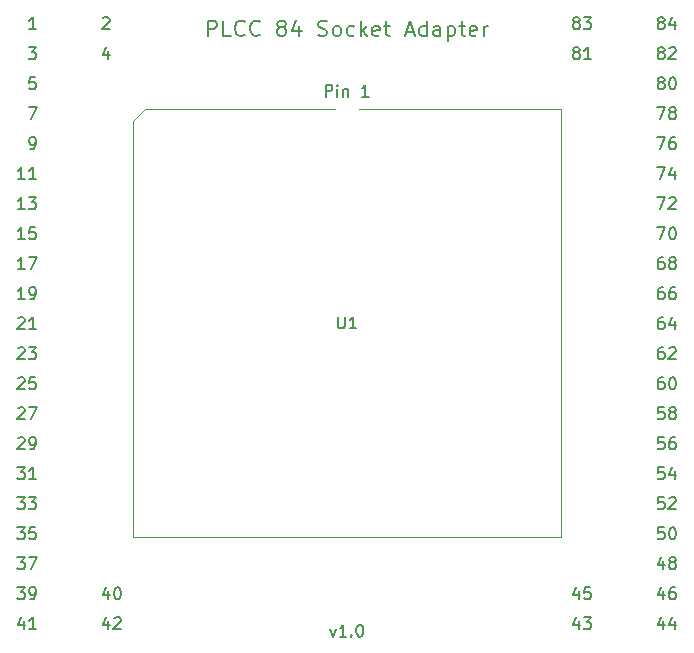
<source format=gbr>
%TF.GenerationSoftware,KiCad,Pcbnew,8.0.7*%
%TF.CreationDate,2025-02-20T00:55:41-06:00*%
%TF.ProjectId,PLCC-84-Socket-Adapter,504c4343-2d38-4342-9d53-6f636b65742d,v1.0*%
%TF.SameCoordinates,Original*%
%TF.FileFunction,Legend,Top*%
%TF.FilePolarity,Positive*%
%FSLAX46Y46*%
G04 Gerber Fmt 4.6, Leading zero omitted, Abs format (unit mm)*
G04 Created by KiCad (PCBNEW 8.0.7) date 2025-02-20 00:55:41*
%MOMM*%
%LPD*%
G01*
G04 APERTURE LIST*
%ADD10C,0.150000*%
%ADD11C,0.200000*%
%ADD12C,0.120000*%
G04 APERTURE END LIST*
D10*
X132172030Y-98660057D02*
X132219649Y-98612438D01*
X132219649Y-98612438D02*
X132314887Y-98564819D01*
X132314887Y-98564819D02*
X132552982Y-98564819D01*
X132552982Y-98564819D02*
X132648220Y-98612438D01*
X132648220Y-98612438D02*
X132695839Y-98660057D01*
X132695839Y-98660057D02*
X132743458Y-98755295D01*
X132743458Y-98755295D02*
X132743458Y-98850533D01*
X132743458Y-98850533D02*
X132695839Y-98993390D01*
X132695839Y-98993390D02*
X132124411Y-99564819D01*
X132124411Y-99564819D02*
X132743458Y-99564819D01*
X133648220Y-98564819D02*
X133172030Y-98564819D01*
X133172030Y-98564819D02*
X133124411Y-99041009D01*
X133124411Y-99041009D02*
X133172030Y-98993390D01*
X133172030Y-98993390D02*
X133267268Y-98945771D01*
X133267268Y-98945771D02*
X133505363Y-98945771D01*
X133505363Y-98945771D02*
X133600601Y-98993390D01*
X133600601Y-98993390D02*
X133648220Y-99041009D01*
X133648220Y-99041009D02*
X133695839Y-99136247D01*
X133695839Y-99136247D02*
X133695839Y-99374342D01*
X133695839Y-99374342D02*
X133648220Y-99469580D01*
X133648220Y-99469580D02*
X133600601Y-99517200D01*
X133600601Y-99517200D02*
X133505363Y-99564819D01*
X133505363Y-99564819D02*
X133267268Y-99564819D01*
X133267268Y-99564819D02*
X133172030Y-99517200D01*
X133172030Y-99517200D02*
X133124411Y-99469580D01*
X179638220Y-119218152D02*
X179638220Y-119884819D01*
X179400125Y-118837200D02*
X179162030Y-119551485D01*
X179162030Y-119551485D02*
X179781077Y-119551485D01*
X180066792Y-118884819D02*
X180685839Y-118884819D01*
X180685839Y-118884819D02*
X180352506Y-119265771D01*
X180352506Y-119265771D02*
X180495363Y-119265771D01*
X180495363Y-119265771D02*
X180590601Y-119313390D01*
X180590601Y-119313390D02*
X180638220Y-119361009D01*
X180638220Y-119361009D02*
X180685839Y-119456247D01*
X180685839Y-119456247D02*
X180685839Y-119694342D01*
X180685839Y-119694342D02*
X180638220Y-119789580D01*
X180638220Y-119789580D02*
X180590601Y-119837200D01*
X180590601Y-119837200D02*
X180495363Y-119884819D01*
X180495363Y-119884819D02*
X180209649Y-119884819D01*
X180209649Y-119884819D02*
X180114411Y-119837200D01*
X180114411Y-119837200D02*
X180066792Y-119789580D01*
X186820350Y-116678152D02*
X186820350Y-117344819D01*
X186582255Y-116297200D02*
X186344160Y-117011485D01*
X186344160Y-117011485D02*
X186963207Y-117011485D01*
X187772731Y-116344819D02*
X187582255Y-116344819D01*
X187582255Y-116344819D02*
X187487017Y-116392438D01*
X187487017Y-116392438D02*
X187439398Y-116440057D01*
X187439398Y-116440057D02*
X187344160Y-116582914D01*
X187344160Y-116582914D02*
X187296541Y-116773390D01*
X187296541Y-116773390D02*
X187296541Y-117154342D01*
X187296541Y-117154342D02*
X187344160Y-117249580D01*
X187344160Y-117249580D02*
X187391779Y-117297200D01*
X187391779Y-117297200D02*
X187487017Y-117344819D01*
X187487017Y-117344819D02*
X187677493Y-117344819D01*
X187677493Y-117344819D02*
X187772731Y-117297200D01*
X187772731Y-117297200D02*
X187820350Y-117249580D01*
X187820350Y-117249580D02*
X187867969Y-117154342D01*
X187867969Y-117154342D02*
X187867969Y-116916247D01*
X187867969Y-116916247D02*
X187820350Y-116821009D01*
X187820350Y-116821009D02*
X187772731Y-116773390D01*
X187772731Y-116773390D02*
X187677493Y-116725771D01*
X187677493Y-116725771D02*
X187487017Y-116725771D01*
X187487017Y-116725771D02*
X187391779Y-116773390D01*
X187391779Y-116773390D02*
X187344160Y-116821009D01*
X187344160Y-116821009D02*
X187296541Y-116916247D01*
X186534636Y-73593390D02*
X186439398Y-73545771D01*
X186439398Y-73545771D02*
X186391779Y-73498152D01*
X186391779Y-73498152D02*
X186344160Y-73402914D01*
X186344160Y-73402914D02*
X186344160Y-73355295D01*
X186344160Y-73355295D02*
X186391779Y-73260057D01*
X186391779Y-73260057D02*
X186439398Y-73212438D01*
X186439398Y-73212438D02*
X186534636Y-73164819D01*
X186534636Y-73164819D02*
X186725112Y-73164819D01*
X186725112Y-73164819D02*
X186820350Y-73212438D01*
X186820350Y-73212438D02*
X186867969Y-73260057D01*
X186867969Y-73260057D02*
X186915588Y-73355295D01*
X186915588Y-73355295D02*
X186915588Y-73402914D01*
X186915588Y-73402914D02*
X186867969Y-73498152D01*
X186867969Y-73498152D02*
X186820350Y-73545771D01*
X186820350Y-73545771D02*
X186725112Y-73593390D01*
X186725112Y-73593390D02*
X186534636Y-73593390D01*
X186534636Y-73593390D02*
X186439398Y-73641009D01*
X186439398Y-73641009D02*
X186391779Y-73688628D01*
X186391779Y-73688628D02*
X186344160Y-73783866D01*
X186344160Y-73783866D02*
X186344160Y-73974342D01*
X186344160Y-73974342D02*
X186391779Y-74069580D01*
X186391779Y-74069580D02*
X186439398Y-74117200D01*
X186439398Y-74117200D02*
X186534636Y-74164819D01*
X186534636Y-74164819D02*
X186725112Y-74164819D01*
X186725112Y-74164819D02*
X186820350Y-74117200D01*
X186820350Y-74117200D02*
X186867969Y-74069580D01*
X186867969Y-74069580D02*
X186915588Y-73974342D01*
X186915588Y-73974342D02*
X186915588Y-73783866D01*
X186915588Y-73783866D02*
X186867969Y-73688628D01*
X186867969Y-73688628D02*
X186820350Y-73641009D01*
X186820350Y-73641009D02*
X186725112Y-73593390D01*
X187534636Y-73164819D02*
X187629874Y-73164819D01*
X187629874Y-73164819D02*
X187725112Y-73212438D01*
X187725112Y-73212438D02*
X187772731Y-73260057D01*
X187772731Y-73260057D02*
X187820350Y-73355295D01*
X187820350Y-73355295D02*
X187867969Y-73545771D01*
X187867969Y-73545771D02*
X187867969Y-73783866D01*
X187867969Y-73783866D02*
X187820350Y-73974342D01*
X187820350Y-73974342D02*
X187772731Y-74069580D01*
X187772731Y-74069580D02*
X187725112Y-74117200D01*
X187725112Y-74117200D02*
X187629874Y-74164819D01*
X187629874Y-74164819D02*
X187534636Y-74164819D01*
X187534636Y-74164819D02*
X187439398Y-74117200D01*
X187439398Y-74117200D02*
X187391779Y-74069580D01*
X187391779Y-74069580D02*
X187344160Y-73974342D01*
X187344160Y-73974342D02*
X187296541Y-73783866D01*
X187296541Y-73783866D02*
X187296541Y-73545771D01*
X187296541Y-73545771D02*
X187344160Y-73355295D01*
X187344160Y-73355295D02*
X187391779Y-73260057D01*
X187391779Y-73260057D02*
X187439398Y-73212438D01*
X187439398Y-73212438D02*
X187534636Y-73164819D01*
X132172030Y-96120057D02*
X132219649Y-96072438D01*
X132219649Y-96072438D02*
X132314887Y-96024819D01*
X132314887Y-96024819D02*
X132552982Y-96024819D01*
X132552982Y-96024819D02*
X132648220Y-96072438D01*
X132648220Y-96072438D02*
X132695839Y-96120057D01*
X132695839Y-96120057D02*
X132743458Y-96215295D01*
X132743458Y-96215295D02*
X132743458Y-96310533D01*
X132743458Y-96310533D02*
X132695839Y-96453390D01*
X132695839Y-96453390D02*
X132124411Y-97024819D01*
X132124411Y-97024819D02*
X132743458Y-97024819D01*
X133076792Y-96024819D02*
X133695839Y-96024819D01*
X133695839Y-96024819D02*
X133362506Y-96405771D01*
X133362506Y-96405771D02*
X133505363Y-96405771D01*
X133505363Y-96405771D02*
X133600601Y-96453390D01*
X133600601Y-96453390D02*
X133648220Y-96501009D01*
X133648220Y-96501009D02*
X133695839Y-96596247D01*
X133695839Y-96596247D02*
X133695839Y-96834342D01*
X133695839Y-96834342D02*
X133648220Y-96929580D01*
X133648220Y-96929580D02*
X133600601Y-96977200D01*
X133600601Y-96977200D02*
X133505363Y-97024819D01*
X133505363Y-97024819D02*
X133219649Y-97024819D01*
X133219649Y-97024819D02*
X133124411Y-96977200D01*
X133124411Y-96977200D02*
X133076792Y-96929580D01*
X186296541Y-80784819D02*
X186963207Y-80784819D01*
X186963207Y-80784819D02*
X186534636Y-81784819D01*
X187772731Y-81118152D02*
X187772731Y-81784819D01*
X187534636Y-80737200D02*
X187296541Y-81451485D01*
X187296541Y-81451485D02*
X187915588Y-81451485D01*
X186820350Y-88404819D02*
X186629874Y-88404819D01*
X186629874Y-88404819D02*
X186534636Y-88452438D01*
X186534636Y-88452438D02*
X186487017Y-88500057D01*
X186487017Y-88500057D02*
X186391779Y-88642914D01*
X186391779Y-88642914D02*
X186344160Y-88833390D01*
X186344160Y-88833390D02*
X186344160Y-89214342D01*
X186344160Y-89214342D02*
X186391779Y-89309580D01*
X186391779Y-89309580D02*
X186439398Y-89357200D01*
X186439398Y-89357200D02*
X186534636Y-89404819D01*
X186534636Y-89404819D02*
X186725112Y-89404819D01*
X186725112Y-89404819D02*
X186820350Y-89357200D01*
X186820350Y-89357200D02*
X186867969Y-89309580D01*
X186867969Y-89309580D02*
X186915588Y-89214342D01*
X186915588Y-89214342D02*
X186915588Y-88976247D01*
X186915588Y-88976247D02*
X186867969Y-88881009D01*
X186867969Y-88881009D02*
X186820350Y-88833390D01*
X186820350Y-88833390D02*
X186725112Y-88785771D01*
X186725112Y-88785771D02*
X186534636Y-88785771D01*
X186534636Y-88785771D02*
X186439398Y-88833390D01*
X186439398Y-88833390D02*
X186391779Y-88881009D01*
X186391779Y-88881009D02*
X186344160Y-88976247D01*
X187487017Y-88833390D02*
X187391779Y-88785771D01*
X187391779Y-88785771D02*
X187344160Y-88738152D01*
X187344160Y-88738152D02*
X187296541Y-88642914D01*
X187296541Y-88642914D02*
X187296541Y-88595295D01*
X187296541Y-88595295D02*
X187344160Y-88500057D01*
X187344160Y-88500057D02*
X187391779Y-88452438D01*
X187391779Y-88452438D02*
X187487017Y-88404819D01*
X187487017Y-88404819D02*
X187677493Y-88404819D01*
X187677493Y-88404819D02*
X187772731Y-88452438D01*
X187772731Y-88452438D02*
X187820350Y-88500057D01*
X187820350Y-88500057D02*
X187867969Y-88595295D01*
X187867969Y-88595295D02*
X187867969Y-88642914D01*
X187867969Y-88642914D02*
X187820350Y-88738152D01*
X187820350Y-88738152D02*
X187772731Y-88785771D01*
X187772731Y-88785771D02*
X187677493Y-88833390D01*
X187677493Y-88833390D02*
X187487017Y-88833390D01*
X187487017Y-88833390D02*
X187391779Y-88881009D01*
X187391779Y-88881009D02*
X187344160Y-88928628D01*
X187344160Y-88928628D02*
X187296541Y-89023866D01*
X187296541Y-89023866D02*
X187296541Y-89214342D01*
X187296541Y-89214342D02*
X187344160Y-89309580D01*
X187344160Y-89309580D02*
X187391779Y-89357200D01*
X187391779Y-89357200D02*
X187487017Y-89404819D01*
X187487017Y-89404819D02*
X187677493Y-89404819D01*
X187677493Y-89404819D02*
X187772731Y-89357200D01*
X187772731Y-89357200D02*
X187820350Y-89309580D01*
X187820350Y-89309580D02*
X187867969Y-89214342D01*
X187867969Y-89214342D02*
X187867969Y-89023866D01*
X187867969Y-89023866D02*
X187820350Y-88928628D01*
X187820350Y-88928628D02*
X187772731Y-88881009D01*
X187772731Y-88881009D02*
X187677493Y-88833390D01*
X186820350Y-98564819D02*
X186629874Y-98564819D01*
X186629874Y-98564819D02*
X186534636Y-98612438D01*
X186534636Y-98612438D02*
X186487017Y-98660057D01*
X186487017Y-98660057D02*
X186391779Y-98802914D01*
X186391779Y-98802914D02*
X186344160Y-98993390D01*
X186344160Y-98993390D02*
X186344160Y-99374342D01*
X186344160Y-99374342D02*
X186391779Y-99469580D01*
X186391779Y-99469580D02*
X186439398Y-99517200D01*
X186439398Y-99517200D02*
X186534636Y-99564819D01*
X186534636Y-99564819D02*
X186725112Y-99564819D01*
X186725112Y-99564819D02*
X186820350Y-99517200D01*
X186820350Y-99517200D02*
X186867969Y-99469580D01*
X186867969Y-99469580D02*
X186915588Y-99374342D01*
X186915588Y-99374342D02*
X186915588Y-99136247D01*
X186915588Y-99136247D02*
X186867969Y-99041009D01*
X186867969Y-99041009D02*
X186820350Y-98993390D01*
X186820350Y-98993390D02*
X186725112Y-98945771D01*
X186725112Y-98945771D02*
X186534636Y-98945771D01*
X186534636Y-98945771D02*
X186439398Y-98993390D01*
X186439398Y-98993390D02*
X186391779Y-99041009D01*
X186391779Y-99041009D02*
X186344160Y-99136247D01*
X187534636Y-98564819D02*
X187629874Y-98564819D01*
X187629874Y-98564819D02*
X187725112Y-98612438D01*
X187725112Y-98612438D02*
X187772731Y-98660057D01*
X187772731Y-98660057D02*
X187820350Y-98755295D01*
X187820350Y-98755295D02*
X187867969Y-98945771D01*
X187867969Y-98945771D02*
X187867969Y-99183866D01*
X187867969Y-99183866D02*
X187820350Y-99374342D01*
X187820350Y-99374342D02*
X187772731Y-99469580D01*
X187772731Y-99469580D02*
X187725112Y-99517200D01*
X187725112Y-99517200D02*
X187629874Y-99564819D01*
X187629874Y-99564819D02*
X187534636Y-99564819D01*
X187534636Y-99564819D02*
X187439398Y-99517200D01*
X187439398Y-99517200D02*
X187391779Y-99469580D01*
X187391779Y-99469580D02*
X187344160Y-99374342D01*
X187344160Y-99374342D02*
X187296541Y-99183866D01*
X187296541Y-99183866D02*
X187296541Y-98945771D01*
X187296541Y-98945771D02*
X187344160Y-98755295D01*
X187344160Y-98755295D02*
X187391779Y-98660057D01*
X187391779Y-98660057D02*
X187439398Y-98612438D01*
X187439398Y-98612438D02*
X187534636Y-98564819D01*
X186296541Y-85864819D02*
X186963207Y-85864819D01*
X186963207Y-85864819D02*
X186534636Y-86864819D01*
X187534636Y-85864819D02*
X187629874Y-85864819D01*
X187629874Y-85864819D02*
X187725112Y-85912438D01*
X187725112Y-85912438D02*
X187772731Y-85960057D01*
X187772731Y-85960057D02*
X187820350Y-86055295D01*
X187820350Y-86055295D02*
X187867969Y-86245771D01*
X187867969Y-86245771D02*
X187867969Y-86483866D01*
X187867969Y-86483866D02*
X187820350Y-86674342D01*
X187820350Y-86674342D02*
X187772731Y-86769580D01*
X187772731Y-86769580D02*
X187725112Y-86817200D01*
X187725112Y-86817200D02*
X187629874Y-86864819D01*
X187629874Y-86864819D02*
X187534636Y-86864819D01*
X187534636Y-86864819D02*
X187439398Y-86817200D01*
X187439398Y-86817200D02*
X187391779Y-86769580D01*
X187391779Y-86769580D02*
X187344160Y-86674342D01*
X187344160Y-86674342D02*
X187296541Y-86483866D01*
X187296541Y-86483866D02*
X187296541Y-86245771D01*
X187296541Y-86245771D02*
X187344160Y-86055295D01*
X187344160Y-86055295D02*
X187391779Y-85960057D01*
X187391779Y-85960057D02*
X187439398Y-85912438D01*
X187439398Y-85912438D02*
X187534636Y-85864819D01*
X133219649Y-79244819D02*
X133410125Y-79244819D01*
X133410125Y-79244819D02*
X133505363Y-79197200D01*
X133505363Y-79197200D02*
X133552982Y-79149580D01*
X133552982Y-79149580D02*
X133648220Y-79006723D01*
X133648220Y-79006723D02*
X133695839Y-78816247D01*
X133695839Y-78816247D02*
X133695839Y-78435295D01*
X133695839Y-78435295D02*
X133648220Y-78340057D01*
X133648220Y-78340057D02*
X133600601Y-78292438D01*
X133600601Y-78292438D02*
X133505363Y-78244819D01*
X133505363Y-78244819D02*
X133314887Y-78244819D01*
X133314887Y-78244819D02*
X133219649Y-78292438D01*
X133219649Y-78292438D02*
X133172030Y-78340057D01*
X133172030Y-78340057D02*
X133124411Y-78435295D01*
X133124411Y-78435295D02*
X133124411Y-78673390D01*
X133124411Y-78673390D02*
X133172030Y-78768628D01*
X133172030Y-78768628D02*
X133219649Y-78816247D01*
X133219649Y-78816247D02*
X133314887Y-78863866D01*
X133314887Y-78863866D02*
X133505363Y-78863866D01*
X133505363Y-78863866D02*
X133600601Y-78816247D01*
X133600601Y-78816247D02*
X133648220Y-78768628D01*
X133648220Y-78768628D02*
X133695839Y-78673390D01*
X132743458Y-86864819D02*
X132172030Y-86864819D01*
X132457744Y-86864819D02*
X132457744Y-85864819D01*
X132457744Y-85864819D02*
X132362506Y-86007676D01*
X132362506Y-86007676D02*
X132267268Y-86102914D01*
X132267268Y-86102914D02*
X132172030Y-86150533D01*
X133648220Y-85864819D02*
X133172030Y-85864819D01*
X133172030Y-85864819D02*
X133124411Y-86341009D01*
X133124411Y-86341009D02*
X133172030Y-86293390D01*
X133172030Y-86293390D02*
X133267268Y-86245771D01*
X133267268Y-86245771D02*
X133505363Y-86245771D01*
X133505363Y-86245771D02*
X133600601Y-86293390D01*
X133600601Y-86293390D02*
X133648220Y-86341009D01*
X133648220Y-86341009D02*
X133695839Y-86436247D01*
X133695839Y-86436247D02*
X133695839Y-86674342D01*
X133695839Y-86674342D02*
X133648220Y-86769580D01*
X133648220Y-86769580D02*
X133600601Y-86817200D01*
X133600601Y-86817200D02*
X133505363Y-86864819D01*
X133505363Y-86864819D02*
X133267268Y-86864819D01*
X133267268Y-86864819D02*
X133172030Y-86817200D01*
X133172030Y-86817200D02*
X133124411Y-86769580D01*
X132743458Y-81784819D02*
X132172030Y-81784819D01*
X132457744Y-81784819D02*
X132457744Y-80784819D01*
X132457744Y-80784819D02*
X132362506Y-80927676D01*
X132362506Y-80927676D02*
X132267268Y-81022914D01*
X132267268Y-81022914D02*
X132172030Y-81070533D01*
X133695839Y-81784819D02*
X133124411Y-81784819D01*
X133410125Y-81784819D02*
X133410125Y-80784819D01*
X133410125Y-80784819D02*
X133314887Y-80927676D01*
X133314887Y-80927676D02*
X133219649Y-81022914D01*
X133219649Y-81022914D02*
X133124411Y-81070533D01*
X132124411Y-106184819D02*
X132743458Y-106184819D01*
X132743458Y-106184819D02*
X132410125Y-106565771D01*
X132410125Y-106565771D02*
X132552982Y-106565771D01*
X132552982Y-106565771D02*
X132648220Y-106613390D01*
X132648220Y-106613390D02*
X132695839Y-106661009D01*
X132695839Y-106661009D02*
X132743458Y-106756247D01*
X132743458Y-106756247D02*
X132743458Y-106994342D01*
X132743458Y-106994342D02*
X132695839Y-107089580D01*
X132695839Y-107089580D02*
X132648220Y-107137200D01*
X132648220Y-107137200D02*
X132552982Y-107184819D01*
X132552982Y-107184819D02*
X132267268Y-107184819D01*
X132267268Y-107184819D02*
X132172030Y-107137200D01*
X132172030Y-107137200D02*
X132124411Y-107089580D01*
X133695839Y-107184819D02*
X133124411Y-107184819D01*
X133410125Y-107184819D02*
X133410125Y-106184819D01*
X133410125Y-106184819D02*
X133314887Y-106327676D01*
X133314887Y-106327676D02*
X133219649Y-106422914D01*
X133219649Y-106422914D02*
X133124411Y-106470533D01*
X186296541Y-75704819D02*
X186963207Y-75704819D01*
X186963207Y-75704819D02*
X186534636Y-76704819D01*
X187487017Y-76133390D02*
X187391779Y-76085771D01*
X187391779Y-76085771D02*
X187344160Y-76038152D01*
X187344160Y-76038152D02*
X187296541Y-75942914D01*
X187296541Y-75942914D02*
X187296541Y-75895295D01*
X187296541Y-75895295D02*
X187344160Y-75800057D01*
X187344160Y-75800057D02*
X187391779Y-75752438D01*
X187391779Y-75752438D02*
X187487017Y-75704819D01*
X187487017Y-75704819D02*
X187677493Y-75704819D01*
X187677493Y-75704819D02*
X187772731Y-75752438D01*
X187772731Y-75752438D02*
X187820350Y-75800057D01*
X187820350Y-75800057D02*
X187867969Y-75895295D01*
X187867969Y-75895295D02*
X187867969Y-75942914D01*
X187867969Y-75942914D02*
X187820350Y-76038152D01*
X187820350Y-76038152D02*
X187772731Y-76085771D01*
X187772731Y-76085771D02*
X187677493Y-76133390D01*
X187677493Y-76133390D02*
X187487017Y-76133390D01*
X187487017Y-76133390D02*
X187391779Y-76181009D01*
X187391779Y-76181009D02*
X187344160Y-76228628D01*
X187344160Y-76228628D02*
X187296541Y-76323866D01*
X187296541Y-76323866D02*
X187296541Y-76514342D01*
X187296541Y-76514342D02*
X187344160Y-76609580D01*
X187344160Y-76609580D02*
X187391779Y-76657200D01*
X187391779Y-76657200D02*
X187487017Y-76704819D01*
X187487017Y-76704819D02*
X187677493Y-76704819D01*
X187677493Y-76704819D02*
X187772731Y-76657200D01*
X187772731Y-76657200D02*
X187820350Y-76609580D01*
X187820350Y-76609580D02*
X187867969Y-76514342D01*
X187867969Y-76514342D02*
X187867969Y-76323866D01*
X187867969Y-76323866D02*
X187820350Y-76228628D01*
X187820350Y-76228628D02*
X187772731Y-76181009D01*
X187772731Y-76181009D02*
X187677493Y-76133390D01*
X186296541Y-83324819D02*
X186963207Y-83324819D01*
X186963207Y-83324819D02*
X186534636Y-84324819D01*
X187296541Y-83420057D02*
X187344160Y-83372438D01*
X187344160Y-83372438D02*
X187439398Y-83324819D01*
X187439398Y-83324819D02*
X187677493Y-83324819D01*
X187677493Y-83324819D02*
X187772731Y-83372438D01*
X187772731Y-83372438D02*
X187820350Y-83420057D01*
X187820350Y-83420057D02*
X187867969Y-83515295D01*
X187867969Y-83515295D02*
X187867969Y-83610533D01*
X187867969Y-83610533D02*
X187820350Y-83753390D01*
X187820350Y-83753390D02*
X187248922Y-84324819D01*
X187248922Y-84324819D02*
X187867969Y-84324819D01*
X179638220Y-116678152D02*
X179638220Y-117344819D01*
X179400125Y-116297200D02*
X179162030Y-117011485D01*
X179162030Y-117011485D02*
X179781077Y-117011485D01*
X180638220Y-116344819D02*
X180162030Y-116344819D01*
X180162030Y-116344819D02*
X180114411Y-116821009D01*
X180114411Y-116821009D02*
X180162030Y-116773390D01*
X180162030Y-116773390D02*
X180257268Y-116725771D01*
X180257268Y-116725771D02*
X180495363Y-116725771D01*
X180495363Y-116725771D02*
X180590601Y-116773390D01*
X180590601Y-116773390D02*
X180638220Y-116821009D01*
X180638220Y-116821009D02*
X180685839Y-116916247D01*
X180685839Y-116916247D02*
X180685839Y-117154342D01*
X180685839Y-117154342D02*
X180638220Y-117249580D01*
X180638220Y-117249580D02*
X180590601Y-117297200D01*
X180590601Y-117297200D02*
X180495363Y-117344819D01*
X180495363Y-117344819D02*
X180257268Y-117344819D01*
X180257268Y-117344819D02*
X180162030Y-117297200D01*
X180162030Y-117297200D02*
X180114411Y-117249580D01*
X133648220Y-73164819D02*
X133172030Y-73164819D01*
X133172030Y-73164819D02*
X133124411Y-73641009D01*
X133124411Y-73641009D02*
X133172030Y-73593390D01*
X133172030Y-73593390D02*
X133267268Y-73545771D01*
X133267268Y-73545771D02*
X133505363Y-73545771D01*
X133505363Y-73545771D02*
X133600601Y-73593390D01*
X133600601Y-73593390D02*
X133648220Y-73641009D01*
X133648220Y-73641009D02*
X133695839Y-73736247D01*
X133695839Y-73736247D02*
X133695839Y-73974342D01*
X133695839Y-73974342D02*
X133648220Y-74069580D01*
X133648220Y-74069580D02*
X133600601Y-74117200D01*
X133600601Y-74117200D02*
X133505363Y-74164819D01*
X133505363Y-74164819D02*
X133267268Y-74164819D01*
X133267268Y-74164819D02*
X133172030Y-74117200D01*
X133172030Y-74117200D02*
X133124411Y-74069580D01*
X132172030Y-93580057D02*
X132219649Y-93532438D01*
X132219649Y-93532438D02*
X132314887Y-93484819D01*
X132314887Y-93484819D02*
X132552982Y-93484819D01*
X132552982Y-93484819D02*
X132648220Y-93532438D01*
X132648220Y-93532438D02*
X132695839Y-93580057D01*
X132695839Y-93580057D02*
X132743458Y-93675295D01*
X132743458Y-93675295D02*
X132743458Y-93770533D01*
X132743458Y-93770533D02*
X132695839Y-93913390D01*
X132695839Y-93913390D02*
X132124411Y-94484819D01*
X132124411Y-94484819D02*
X132743458Y-94484819D01*
X133695839Y-94484819D02*
X133124411Y-94484819D01*
X133410125Y-94484819D02*
X133410125Y-93484819D01*
X133410125Y-93484819D02*
X133314887Y-93627676D01*
X133314887Y-93627676D02*
X133219649Y-93722914D01*
X133219649Y-93722914D02*
X133124411Y-93770533D01*
X132124411Y-116344819D02*
X132743458Y-116344819D01*
X132743458Y-116344819D02*
X132410125Y-116725771D01*
X132410125Y-116725771D02*
X132552982Y-116725771D01*
X132552982Y-116725771D02*
X132648220Y-116773390D01*
X132648220Y-116773390D02*
X132695839Y-116821009D01*
X132695839Y-116821009D02*
X132743458Y-116916247D01*
X132743458Y-116916247D02*
X132743458Y-117154342D01*
X132743458Y-117154342D02*
X132695839Y-117249580D01*
X132695839Y-117249580D02*
X132648220Y-117297200D01*
X132648220Y-117297200D02*
X132552982Y-117344819D01*
X132552982Y-117344819D02*
X132267268Y-117344819D01*
X132267268Y-117344819D02*
X132172030Y-117297200D01*
X132172030Y-117297200D02*
X132124411Y-117249580D01*
X133219649Y-117344819D02*
X133410125Y-117344819D01*
X133410125Y-117344819D02*
X133505363Y-117297200D01*
X133505363Y-117297200D02*
X133552982Y-117249580D01*
X133552982Y-117249580D02*
X133648220Y-117106723D01*
X133648220Y-117106723D02*
X133695839Y-116916247D01*
X133695839Y-116916247D02*
X133695839Y-116535295D01*
X133695839Y-116535295D02*
X133648220Y-116440057D01*
X133648220Y-116440057D02*
X133600601Y-116392438D01*
X133600601Y-116392438D02*
X133505363Y-116344819D01*
X133505363Y-116344819D02*
X133314887Y-116344819D01*
X133314887Y-116344819D02*
X133219649Y-116392438D01*
X133219649Y-116392438D02*
X133172030Y-116440057D01*
X133172030Y-116440057D02*
X133124411Y-116535295D01*
X133124411Y-116535295D02*
X133124411Y-116773390D01*
X133124411Y-116773390D02*
X133172030Y-116868628D01*
X133172030Y-116868628D02*
X133219649Y-116916247D01*
X133219649Y-116916247D02*
X133314887Y-116963866D01*
X133314887Y-116963866D02*
X133505363Y-116963866D01*
X133505363Y-116963866D02*
X133600601Y-116916247D01*
X133600601Y-116916247D02*
X133648220Y-116868628D01*
X133648220Y-116868628D02*
X133695839Y-116773390D01*
X186867969Y-108724819D02*
X186391779Y-108724819D01*
X186391779Y-108724819D02*
X186344160Y-109201009D01*
X186344160Y-109201009D02*
X186391779Y-109153390D01*
X186391779Y-109153390D02*
X186487017Y-109105771D01*
X186487017Y-109105771D02*
X186725112Y-109105771D01*
X186725112Y-109105771D02*
X186820350Y-109153390D01*
X186820350Y-109153390D02*
X186867969Y-109201009D01*
X186867969Y-109201009D02*
X186915588Y-109296247D01*
X186915588Y-109296247D02*
X186915588Y-109534342D01*
X186915588Y-109534342D02*
X186867969Y-109629580D01*
X186867969Y-109629580D02*
X186820350Y-109677200D01*
X186820350Y-109677200D02*
X186725112Y-109724819D01*
X186725112Y-109724819D02*
X186487017Y-109724819D01*
X186487017Y-109724819D02*
X186391779Y-109677200D01*
X186391779Y-109677200D02*
X186344160Y-109629580D01*
X187296541Y-108820057D02*
X187344160Y-108772438D01*
X187344160Y-108772438D02*
X187439398Y-108724819D01*
X187439398Y-108724819D02*
X187677493Y-108724819D01*
X187677493Y-108724819D02*
X187772731Y-108772438D01*
X187772731Y-108772438D02*
X187820350Y-108820057D01*
X187820350Y-108820057D02*
X187867969Y-108915295D01*
X187867969Y-108915295D02*
X187867969Y-109010533D01*
X187867969Y-109010533D02*
X187820350Y-109153390D01*
X187820350Y-109153390D02*
X187248922Y-109724819D01*
X187248922Y-109724819D02*
X187867969Y-109724819D01*
X186867969Y-111264819D02*
X186391779Y-111264819D01*
X186391779Y-111264819D02*
X186344160Y-111741009D01*
X186344160Y-111741009D02*
X186391779Y-111693390D01*
X186391779Y-111693390D02*
X186487017Y-111645771D01*
X186487017Y-111645771D02*
X186725112Y-111645771D01*
X186725112Y-111645771D02*
X186820350Y-111693390D01*
X186820350Y-111693390D02*
X186867969Y-111741009D01*
X186867969Y-111741009D02*
X186915588Y-111836247D01*
X186915588Y-111836247D02*
X186915588Y-112074342D01*
X186915588Y-112074342D02*
X186867969Y-112169580D01*
X186867969Y-112169580D02*
X186820350Y-112217200D01*
X186820350Y-112217200D02*
X186725112Y-112264819D01*
X186725112Y-112264819D02*
X186487017Y-112264819D01*
X186487017Y-112264819D02*
X186391779Y-112217200D01*
X186391779Y-112217200D02*
X186344160Y-112169580D01*
X187534636Y-111264819D02*
X187629874Y-111264819D01*
X187629874Y-111264819D02*
X187725112Y-111312438D01*
X187725112Y-111312438D02*
X187772731Y-111360057D01*
X187772731Y-111360057D02*
X187820350Y-111455295D01*
X187820350Y-111455295D02*
X187867969Y-111645771D01*
X187867969Y-111645771D02*
X187867969Y-111883866D01*
X187867969Y-111883866D02*
X187820350Y-112074342D01*
X187820350Y-112074342D02*
X187772731Y-112169580D01*
X187772731Y-112169580D02*
X187725112Y-112217200D01*
X187725112Y-112217200D02*
X187629874Y-112264819D01*
X187629874Y-112264819D02*
X187534636Y-112264819D01*
X187534636Y-112264819D02*
X187439398Y-112217200D01*
X187439398Y-112217200D02*
X187391779Y-112169580D01*
X187391779Y-112169580D02*
X187344160Y-112074342D01*
X187344160Y-112074342D02*
X187296541Y-111883866D01*
X187296541Y-111883866D02*
X187296541Y-111645771D01*
X187296541Y-111645771D02*
X187344160Y-111455295D01*
X187344160Y-111455295D02*
X187391779Y-111360057D01*
X187391779Y-111360057D02*
X187439398Y-111312438D01*
X187439398Y-111312438D02*
X187534636Y-111264819D01*
X132648220Y-119218152D02*
X132648220Y-119884819D01*
X132410125Y-118837200D02*
X132172030Y-119551485D01*
X132172030Y-119551485D02*
X132791077Y-119551485D01*
X133695839Y-119884819D02*
X133124411Y-119884819D01*
X133410125Y-119884819D02*
X133410125Y-118884819D01*
X133410125Y-118884819D02*
X133314887Y-119027676D01*
X133314887Y-119027676D02*
X133219649Y-119122914D01*
X133219649Y-119122914D02*
X133124411Y-119170533D01*
X139830350Y-70958152D02*
X139830350Y-71624819D01*
X139592255Y-70577200D02*
X139354160Y-71291485D01*
X139354160Y-71291485D02*
X139973207Y-71291485D01*
X139830350Y-116678152D02*
X139830350Y-117344819D01*
X139592255Y-116297200D02*
X139354160Y-117011485D01*
X139354160Y-117011485D02*
X139973207Y-117011485D01*
X140544636Y-116344819D02*
X140639874Y-116344819D01*
X140639874Y-116344819D02*
X140735112Y-116392438D01*
X140735112Y-116392438D02*
X140782731Y-116440057D01*
X140782731Y-116440057D02*
X140830350Y-116535295D01*
X140830350Y-116535295D02*
X140877969Y-116725771D01*
X140877969Y-116725771D02*
X140877969Y-116963866D01*
X140877969Y-116963866D02*
X140830350Y-117154342D01*
X140830350Y-117154342D02*
X140782731Y-117249580D01*
X140782731Y-117249580D02*
X140735112Y-117297200D01*
X140735112Y-117297200D02*
X140639874Y-117344819D01*
X140639874Y-117344819D02*
X140544636Y-117344819D01*
X140544636Y-117344819D02*
X140449398Y-117297200D01*
X140449398Y-117297200D02*
X140401779Y-117249580D01*
X140401779Y-117249580D02*
X140354160Y-117154342D01*
X140354160Y-117154342D02*
X140306541Y-116963866D01*
X140306541Y-116963866D02*
X140306541Y-116725771D01*
X140306541Y-116725771D02*
X140354160Y-116535295D01*
X140354160Y-116535295D02*
X140401779Y-116440057D01*
X140401779Y-116440057D02*
X140449398Y-116392438D01*
X140449398Y-116392438D02*
X140544636Y-116344819D01*
X179352506Y-71053390D02*
X179257268Y-71005771D01*
X179257268Y-71005771D02*
X179209649Y-70958152D01*
X179209649Y-70958152D02*
X179162030Y-70862914D01*
X179162030Y-70862914D02*
X179162030Y-70815295D01*
X179162030Y-70815295D02*
X179209649Y-70720057D01*
X179209649Y-70720057D02*
X179257268Y-70672438D01*
X179257268Y-70672438D02*
X179352506Y-70624819D01*
X179352506Y-70624819D02*
X179542982Y-70624819D01*
X179542982Y-70624819D02*
X179638220Y-70672438D01*
X179638220Y-70672438D02*
X179685839Y-70720057D01*
X179685839Y-70720057D02*
X179733458Y-70815295D01*
X179733458Y-70815295D02*
X179733458Y-70862914D01*
X179733458Y-70862914D02*
X179685839Y-70958152D01*
X179685839Y-70958152D02*
X179638220Y-71005771D01*
X179638220Y-71005771D02*
X179542982Y-71053390D01*
X179542982Y-71053390D02*
X179352506Y-71053390D01*
X179352506Y-71053390D02*
X179257268Y-71101009D01*
X179257268Y-71101009D02*
X179209649Y-71148628D01*
X179209649Y-71148628D02*
X179162030Y-71243866D01*
X179162030Y-71243866D02*
X179162030Y-71434342D01*
X179162030Y-71434342D02*
X179209649Y-71529580D01*
X179209649Y-71529580D02*
X179257268Y-71577200D01*
X179257268Y-71577200D02*
X179352506Y-71624819D01*
X179352506Y-71624819D02*
X179542982Y-71624819D01*
X179542982Y-71624819D02*
X179638220Y-71577200D01*
X179638220Y-71577200D02*
X179685839Y-71529580D01*
X179685839Y-71529580D02*
X179733458Y-71434342D01*
X179733458Y-71434342D02*
X179733458Y-71243866D01*
X179733458Y-71243866D02*
X179685839Y-71148628D01*
X179685839Y-71148628D02*
X179638220Y-71101009D01*
X179638220Y-71101009D02*
X179542982Y-71053390D01*
X180685839Y-71624819D02*
X180114411Y-71624819D01*
X180400125Y-71624819D02*
X180400125Y-70624819D01*
X180400125Y-70624819D02*
X180304887Y-70767676D01*
X180304887Y-70767676D02*
X180209649Y-70862914D01*
X180209649Y-70862914D02*
X180114411Y-70910533D01*
X133076792Y-70624819D02*
X133695839Y-70624819D01*
X133695839Y-70624819D02*
X133362506Y-71005771D01*
X133362506Y-71005771D02*
X133505363Y-71005771D01*
X133505363Y-71005771D02*
X133600601Y-71053390D01*
X133600601Y-71053390D02*
X133648220Y-71101009D01*
X133648220Y-71101009D02*
X133695839Y-71196247D01*
X133695839Y-71196247D02*
X133695839Y-71434342D01*
X133695839Y-71434342D02*
X133648220Y-71529580D01*
X133648220Y-71529580D02*
X133600601Y-71577200D01*
X133600601Y-71577200D02*
X133505363Y-71624819D01*
X133505363Y-71624819D02*
X133219649Y-71624819D01*
X133219649Y-71624819D02*
X133124411Y-71577200D01*
X133124411Y-71577200D02*
X133076792Y-71529580D01*
X179352506Y-68513390D02*
X179257268Y-68465771D01*
X179257268Y-68465771D02*
X179209649Y-68418152D01*
X179209649Y-68418152D02*
X179162030Y-68322914D01*
X179162030Y-68322914D02*
X179162030Y-68275295D01*
X179162030Y-68275295D02*
X179209649Y-68180057D01*
X179209649Y-68180057D02*
X179257268Y-68132438D01*
X179257268Y-68132438D02*
X179352506Y-68084819D01*
X179352506Y-68084819D02*
X179542982Y-68084819D01*
X179542982Y-68084819D02*
X179638220Y-68132438D01*
X179638220Y-68132438D02*
X179685839Y-68180057D01*
X179685839Y-68180057D02*
X179733458Y-68275295D01*
X179733458Y-68275295D02*
X179733458Y-68322914D01*
X179733458Y-68322914D02*
X179685839Y-68418152D01*
X179685839Y-68418152D02*
X179638220Y-68465771D01*
X179638220Y-68465771D02*
X179542982Y-68513390D01*
X179542982Y-68513390D02*
X179352506Y-68513390D01*
X179352506Y-68513390D02*
X179257268Y-68561009D01*
X179257268Y-68561009D02*
X179209649Y-68608628D01*
X179209649Y-68608628D02*
X179162030Y-68703866D01*
X179162030Y-68703866D02*
X179162030Y-68894342D01*
X179162030Y-68894342D02*
X179209649Y-68989580D01*
X179209649Y-68989580D02*
X179257268Y-69037200D01*
X179257268Y-69037200D02*
X179352506Y-69084819D01*
X179352506Y-69084819D02*
X179542982Y-69084819D01*
X179542982Y-69084819D02*
X179638220Y-69037200D01*
X179638220Y-69037200D02*
X179685839Y-68989580D01*
X179685839Y-68989580D02*
X179733458Y-68894342D01*
X179733458Y-68894342D02*
X179733458Y-68703866D01*
X179733458Y-68703866D02*
X179685839Y-68608628D01*
X179685839Y-68608628D02*
X179638220Y-68561009D01*
X179638220Y-68561009D02*
X179542982Y-68513390D01*
X180066792Y-68084819D02*
X180685839Y-68084819D01*
X180685839Y-68084819D02*
X180352506Y-68465771D01*
X180352506Y-68465771D02*
X180495363Y-68465771D01*
X180495363Y-68465771D02*
X180590601Y-68513390D01*
X180590601Y-68513390D02*
X180638220Y-68561009D01*
X180638220Y-68561009D02*
X180685839Y-68656247D01*
X180685839Y-68656247D02*
X180685839Y-68894342D01*
X180685839Y-68894342D02*
X180638220Y-68989580D01*
X180638220Y-68989580D02*
X180590601Y-69037200D01*
X180590601Y-69037200D02*
X180495363Y-69084819D01*
X180495363Y-69084819D02*
X180209649Y-69084819D01*
X180209649Y-69084819D02*
X180114411Y-69037200D01*
X180114411Y-69037200D02*
X180066792Y-68989580D01*
X186820350Y-96024819D02*
X186629874Y-96024819D01*
X186629874Y-96024819D02*
X186534636Y-96072438D01*
X186534636Y-96072438D02*
X186487017Y-96120057D01*
X186487017Y-96120057D02*
X186391779Y-96262914D01*
X186391779Y-96262914D02*
X186344160Y-96453390D01*
X186344160Y-96453390D02*
X186344160Y-96834342D01*
X186344160Y-96834342D02*
X186391779Y-96929580D01*
X186391779Y-96929580D02*
X186439398Y-96977200D01*
X186439398Y-96977200D02*
X186534636Y-97024819D01*
X186534636Y-97024819D02*
X186725112Y-97024819D01*
X186725112Y-97024819D02*
X186820350Y-96977200D01*
X186820350Y-96977200D02*
X186867969Y-96929580D01*
X186867969Y-96929580D02*
X186915588Y-96834342D01*
X186915588Y-96834342D02*
X186915588Y-96596247D01*
X186915588Y-96596247D02*
X186867969Y-96501009D01*
X186867969Y-96501009D02*
X186820350Y-96453390D01*
X186820350Y-96453390D02*
X186725112Y-96405771D01*
X186725112Y-96405771D02*
X186534636Y-96405771D01*
X186534636Y-96405771D02*
X186439398Y-96453390D01*
X186439398Y-96453390D02*
X186391779Y-96501009D01*
X186391779Y-96501009D02*
X186344160Y-96596247D01*
X187296541Y-96120057D02*
X187344160Y-96072438D01*
X187344160Y-96072438D02*
X187439398Y-96024819D01*
X187439398Y-96024819D02*
X187677493Y-96024819D01*
X187677493Y-96024819D02*
X187772731Y-96072438D01*
X187772731Y-96072438D02*
X187820350Y-96120057D01*
X187820350Y-96120057D02*
X187867969Y-96215295D01*
X187867969Y-96215295D02*
X187867969Y-96310533D01*
X187867969Y-96310533D02*
X187820350Y-96453390D01*
X187820350Y-96453390D02*
X187248922Y-97024819D01*
X187248922Y-97024819D02*
X187867969Y-97024819D01*
X132124411Y-108724819D02*
X132743458Y-108724819D01*
X132743458Y-108724819D02*
X132410125Y-109105771D01*
X132410125Y-109105771D02*
X132552982Y-109105771D01*
X132552982Y-109105771D02*
X132648220Y-109153390D01*
X132648220Y-109153390D02*
X132695839Y-109201009D01*
X132695839Y-109201009D02*
X132743458Y-109296247D01*
X132743458Y-109296247D02*
X132743458Y-109534342D01*
X132743458Y-109534342D02*
X132695839Y-109629580D01*
X132695839Y-109629580D02*
X132648220Y-109677200D01*
X132648220Y-109677200D02*
X132552982Y-109724819D01*
X132552982Y-109724819D02*
X132267268Y-109724819D01*
X132267268Y-109724819D02*
X132172030Y-109677200D01*
X132172030Y-109677200D02*
X132124411Y-109629580D01*
X133076792Y-108724819D02*
X133695839Y-108724819D01*
X133695839Y-108724819D02*
X133362506Y-109105771D01*
X133362506Y-109105771D02*
X133505363Y-109105771D01*
X133505363Y-109105771D02*
X133600601Y-109153390D01*
X133600601Y-109153390D02*
X133648220Y-109201009D01*
X133648220Y-109201009D02*
X133695839Y-109296247D01*
X133695839Y-109296247D02*
X133695839Y-109534342D01*
X133695839Y-109534342D02*
X133648220Y-109629580D01*
X133648220Y-109629580D02*
X133600601Y-109677200D01*
X133600601Y-109677200D02*
X133505363Y-109724819D01*
X133505363Y-109724819D02*
X133219649Y-109724819D01*
X133219649Y-109724819D02*
X133124411Y-109677200D01*
X133124411Y-109677200D02*
X133076792Y-109629580D01*
X186867969Y-101104819D02*
X186391779Y-101104819D01*
X186391779Y-101104819D02*
X186344160Y-101581009D01*
X186344160Y-101581009D02*
X186391779Y-101533390D01*
X186391779Y-101533390D02*
X186487017Y-101485771D01*
X186487017Y-101485771D02*
X186725112Y-101485771D01*
X186725112Y-101485771D02*
X186820350Y-101533390D01*
X186820350Y-101533390D02*
X186867969Y-101581009D01*
X186867969Y-101581009D02*
X186915588Y-101676247D01*
X186915588Y-101676247D02*
X186915588Y-101914342D01*
X186915588Y-101914342D02*
X186867969Y-102009580D01*
X186867969Y-102009580D02*
X186820350Y-102057200D01*
X186820350Y-102057200D02*
X186725112Y-102104819D01*
X186725112Y-102104819D02*
X186487017Y-102104819D01*
X186487017Y-102104819D02*
X186391779Y-102057200D01*
X186391779Y-102057200D02*
X186344160Y-102009580D01*
X187487017Y-101533390D02*
X187391779Y-101485771D01*
X187391779Y-101485771D02*
X187344160Y-101438152D01*
X187344160Y-101438152D02*
X187296541Y-101342914D01*
X187296541Y-101342914D02*
X187296541Y-101295295D01*
X187296541Y-101295295D02*
X187344160Y-101200057D01*
X187344160Y-101200057D02*
X187391779Y-101152438D01*
X187391779Y-101152438D02*
X187487017Y-101104819D01*
X187487017Y-101104819D02*
X187677493Y-101104819D01*
X187677493Y-101104819D02*
X187772731Y-101152438D01*
X187772731Y-101152438D02*
X187820350Y-101200057D01*
X187820350Y-101200057D02*
X187867969Y-101295295D01*
X187867969Y-101295295D02*
X187867969Y-101342914D01*
X187867969Y-101342914D02*
X187820350Y-101438152D01*
X187820350Y-101438152D02*
X187772731Y-101485771D01*
X187772731Y-101485771D02*
X187677493Y-101533390D01*
X187677493Y-101533390D02*
X187487017Y-101533390D01*
X187487017Y-101533390D02*
X187391779Y-101581009D01*
X187391779Y-101581009D02*
X187344160Y-101628628D01*
X187344160Y-101628628D02*
X187296541Y-101723866D01*
X187296541Y-101723866D02*
X187296541Y-101914342D01*
X187296541Y-101914342D02*
X187344160Y-102009580D01*
X187344160Y-102009580D02*
X187391779Y-102057200D01*
X187391779Y-102057200D02*
X187487017Y-102104819D01*
X187487017Y-102104819D02*
X187677493Y-102104819D01*
X187677493Y-102104819D02*
X187772731Y-102057200D01*
X187772731Y-102057200D02*
X187820350Y-102009580D01*
X187820350Y-102009580D02*
X187867969Y-101914342D01*
X187867969Y-101914342D02*
X187867969Y-101723866D01*
X187867969Y-101723866D02*
X187820350Y-101628628D01*
X187820350Y-101628628D02*
X187772731Y-101581009D01*
X187772731Y-101581009D02*
X187677493Y-101533390D01*
X186820350Y-114138152D02*
X186820350Y-114804819D01*
X186582255Y-113757200D02*
X186344160Y-114471485D01*
X186344160Y-114471485D02*
X186963207Y-114471485D01*
X187487017Y-114233390D02*
X187391779Y-114185771D01*
X187391779Y-114185771D02*
X187344160Y-114138152D01*
X187344160Y-114138152D02*
X187296541Y-114042914D01*
X187296541Y-114042914D02*
X187296541Y-113995295D01*
X187296541Y-113995295D02*
X187344160Y-113900057D01*
X187344160Y-113900057D02*
X187391779Y-113852438D01*
X187391779Y-113852438D02*
X187487017Y-113804819D01*
X187487017Y-113804819D02*
X187677493Y-113804819D01*
X187677493Y-113804819D02*
X187772731Y-113852438D01*
X187772731Y-113852438D02*
X187820350Y-113900057D01*
X187820350Y-113900057D02*
X187867969Y-113995295D01*
X187867969Y-113995295D02*
X187867969Y-114042914D01*
X187867969Y-114042914D02*
X187820350Y-114138152D01*
X187820350Y-114138152D02*
X187772731Y-114185771D01*
X187772731Y-114185771D02*
X187677493Y-114233390D01*
X187677493Y-114233390D02*
X187487017Y-114233390D01*
X187487017Y-114233390D02*
X187391779Y-114281009D01*
X187391779Y-114281009D02*
X187344160Y-114328628D01*
X187344160Y-114328628D02*
X187296541Y-114423866D01*
X187296541Y-114423866D02*
X187296541Y-114614342D01*
X187296541Y-114614342D02*
X187344160Y-114709580D01*
X187344160Y-114709580D02*
X187391779Y-114757200D01*
X187391779Y-114757200D02*
X187487017Y-114804819D01*
X187487017Y-114804819D02*
X187677493Y-114804819D01*
X187677493Y-114804819D02*
X187772731Y-114757200D01*
X187772731Y-114757200D02*
X187820350Y-114709580D01*
X187820350Y-114709580D02*
X187867969Y-114614342D01*
X187867969Y-114614342D02*
X187867969Y-114423866D01*
X187867969Y-114423866D02*
X187820350Y-114328628D01*
X187820350Y-114328628D02*
X187772731Y-114281009D01*
X187772731Y-114281009D02*
X187677493Y-114233390D01*
X139830350Y-119218152D02*
X139830350Y-119884819D01*
X139592255Y-118837200D02*
X139354160Y-119551485D01*
X139354160Y-119551485D02*
X139973207Y-119551485D01*
X140306541Y-118980057D02*
X140354160Y-118932438D01*
X140354160Y-118932438D02*
X140449398Y-118884819D01*
X140449398Y-118884819D02*
X140687493Y-118884819D01*
X140687493Y-118884819D02*
X140782731Y-118932438D01*
X140782731Y-118932438D02*
X140830350Y-118980057D01*
X140830350Y-118980057D02*
X140877969Y-119075295D01*
X140877969Y-119075295D02*
X140877969Y-119170533D01*
X140877969Y-119170533D02*
X140830350Y-119313390D01*
X140830350Y-119313390D02*
X140258922Y-119884819D01*
X140258922Y-119884819D02*
X140877969Y-119884819D01*
X186534636Y-68513390D02*
X186439398Y-68465771D01*
X186439398Y-68465771D02*
X186391779Y-68418152D01*
X186391779Y-68418152D02*
X186344160Y-68322914D01*
X186344160Y-68322914D02*
X186344160Y-68275295D01*
X186344160Y-68275295D02*
X186391779Y-68180057D01*
X186391779Y-68180057D02*
X186439398Y-68132438D01*
X186439398Y-68132438D02*
X186534636Y-68084819D01*
X186534636Y-68084819D02*
X186725112Y-68084819D01*
X186725112Y-68084819D02*
X186820350Y-68132438D01*
X186820350Y-68132438D02*
X186867969Y-68180057D01*
X186867969Y-68180057D02*
X186915588Y-68275295D01*
X186915588Y-68275295D02*
X186915588Y-68322914D01*
X186915588Y-68322914D02*
X186867969Y-68418152D01*
X186867969Y-68418152D02*
X186820350Y-68465771D01*
X186820350Y-68465771D02*
X186725112Y-68513390D01*
X186725112Y-68513390D02*
X186534636Y-68513390D01*
X186534636Y-68513390D02*
X186439398Y-68561009D01*
X186439398Y-68561009D02*
X186391779Y-68608628D01*
X186391779Y-68608628D02*
X186344160Y-68703866D01*
X186344160Y-68703866D02*
X186344160Y-68894342D01*
X186344160Y-68894342D02*
X186391779Y-68989580D01*
X186391779Y-68989580D02*
X186439398Y-69037200D01*
X186439398Y-69037200D02*
X186534636Y-69084819D01*
X186534636Y-69084819D02*
X186725112Y-69084819D01*
X186725112Y-69084819D02*
X186820350Y-69037200D01*
X186820350Y-69037200D02*
X186867969Y-68989580D01*
X186867969Y-68989580D02*
X186915588Y-68894342D01*
X186915588Y-68894342D02*
X186915588Y-68703866D01*
X186915588Y-68703866D02*
X186867969Y-68608628D01*
X186867969Y-68608628D02*
X186820350Y-68561009D01*
X186820350Y-68561009D02*
X186725112Y-68513390D01*
X187772731Y-68418152D02*
X187772731Y-69084819D01*
X187534636Y-68037200D02*
X187296541Y-68751485D01*
X187296541Y-68751485D02*
X187915588Y-68751485D01*
X132124411Y-111264819D02*
X132743458Y-111264819D01*
X132743458Y-111264819D02*
X132410125Y-111645771D01*
X132410125Y-111645771D02*
X132552982Y-111645771D01*
X132552982Y-111645771D02*
X132648220Y-111693390D01*
X132648220Y-111693390D02*
X132695839Y-111741009D01*
X132695839Y-111741009D02*
X132743458Y-111836247D01*
X132743458Y-111836247D02*
X132743458Y-112074342D01*
X132743458Y-112074342D02*
X132695839Y-112169580D01*
X132695839Y-112169580D02*
X132648220Y-112217200D01*
X132648220Y-112217200D02*
X132552982Y-112264819D01*
X132552982Y-112264819D02*
X132267268Y-112264819D01*
X132267268Y-112264819D02*
X132172030Y-112217200D01*
X132172030Y-112217200D02*
X132124411Y-112169580D01*
X133648220Y-111264819D02*
X133172030Y-111264819D01*
X133172030Y-111264819D02*
X133124411Y-111741009D01*
X133124411Y-111741009D02*
X133172030Y-111693390D01*
X133172030Y-111693390D02*
X133267268Y-111645771D01*
X133267268Y-111645771D02*
X133505363Y-111645771D01*
X133505363Y-111645771D02*
X133600601Y-111693390D01*
X133600601Y-111693390D02*
X133648220Y-111741009D01*
X133648220Y-111741009D02*
X133695839Y-111836247D01*
X133695839Y-111836247D02*
X133695839Y-112074342D01*
X133695839Y-112074342D02*
X133648220Y-112169580D01*
X133648220Y-112169580D02*
X133600601Y-112217200D01*
X133600601Y-112217200D02*
X133505363Y-112264819D01*
X133505363Y-112264819D02*
X133267268Y-112264819D01*
X133267268Y-112264819D02*
X133172030Y-112217200D01*
X133172030Y-112217200D02*
X133124411Y-112169580D01*
X132743458Y-84324819D02*
X132172030Y-84324819D01*
X132457744Y-84324819D02*
X132457744Y-83324819D01*
X132457744Y-83324819D02*
X132362506Y-83467676D01*
X132362506Y-83467676D02*
X132267268Y-83562914D01*
X132267268Y-83562914D02*
X132172030Y-83610533D01*
X133076792Y-83324819D02*
X133695839Y-83324819D01*
X133695839Y-83324819D02*
X133362506Y-83705771D01*
X133362506Y-83705771D02*
X133505363Y-83705771D01*
X133505363Y-83705771D02*
X133600601Y-83753390D01*
X133600601Y-83753390D02*
X133648220Y-83801009D01*
X133648220Y-83801009D02*
X133695839Y-83896247D01*
X133695839Y-83896247D02*
X133695839Y-84134342D01*
X133695839Y-84134342D02*
X133648220Y-84229580D01*
X133648220Y-84229580D02*
X133600601Y-84277200D01*
X133600601Y-84277200D02*
X133505363Y-84324819D01*
X133505363Y-84324819D02*
X133219649Y-84324819D01*
X133219649Y-84324819D02*
X133124411Y-84277200D01*
X133124411Y-84277200D02*
X133076792Y-84229580D01*
X186867969Y-103644819D02*
X186391779Y-103644819D01*
X186391779Y-103644819D02*
X186344160Y-104121009D01*
X186344160Y-104121009D02*
X186391779Y-104073390D01*
X186391779Y-104073390D02*
X186487017Y-104025771D01*
X186487017Y-104025771D02*
X186725112Y-104025771D01*
X186725112Y-104025771D02*
X186820350Y-104073390D01*
X186820350Y-104073390D02*
X186867969Y-104121009D01*
X186867969Y-104121009D02*
X186915588Y-104216247D01*
X186915588Y-104216247D02*
X186915588Y-104454342D01*
X186915588Y-104454342D02*
X186867969Y-104549580D01*
X186867969Y-104549580D02*
X186820350Y-104597200D01*
X186820350Y-104597200D02*
X186725112Y-104644819D01*
X186725112Y-104644819D02*
X186487017Y-104644819D01*
X186487017Y-104644819D02*
X186391779Y-104597200D01*
X186391779Y-104597200D02*
X186344160Y-104549580D01*
X187772731Y-103644819D02*
X187582255Y-103644819D01*
X187582255Y-103644819D02*
X187487017Y-103692438D01*
X187487017Y-103692438D02*
X187439398Y-103740057D01*
X187439398Y-103740057D02*
X187344160Y-103882914D01*
X187344160Y-103882914D02*
X187296541Y-104073390D01*
X187296541Y-104073390D02*
X187296541Y-104454342D01*
X187296541Y-104454342D02*
X187344160Y-104549580D01*
X187344160Y-104549580D02*
X187391779Y-104597200D01*
X187391779Y-104597200D02*
X187487017Y-104644819D01*
X187487017Y-104644819D02*
X187677493Y-104644819D01*
X187677493Y-104644819D02*
X187772731Y-104597200D01*
X187772731Y-104597200D02*
X187820350Y-104549580D01*
X187820350Y-104549580D02*
X187867969Y-104454342D01*
X187867969Y-104454342D02*
X187867969Y-104216247D01*
X187867969Y-104216247D02*
X187820350Y-104121009D01*
X187820350Y-104121009D02*
X187772731Y-104073390D01*
X187772731Y-104073390D02*
X187677493Y-104025771D01*
X187677493Y-104025771D02*
X187487017Y-104025771D01*
X187487017Y-104025771D02*
X187391779Y-104073390D01*
X187391779Y-104073390D02*
X187344160Y-104121009D01*
X187344160Y-104121009D02*
X187296541Y-104216247D01*
X133695839Y-69084819D02*
X133124411Y-69084819D01*
X133410125Y-69084819D02*
X133410125Y-68084819D01*
X133410125Y-68084819D02*
X133314887Y-68227676D01*
X133314887Y-68227676D02*
X133219649Y-68322914D01*
X133219649Y-68322914D02*
X133124411Y-68370533D01*
X133076792Y-75704819D02*
X133743458Y-75704819D01*
X133743458Y-75704819D02*
X133314887Y-76704819D01*
X186820350Y-90944819D02*
X186629874Y-90944819D01*
X186629874Y-90944819D02*
X186534636Y-90992438D01*
X186534636Y-90992438D02*
X186487017Y-91040057D01*
X186487017Y-91040057D02*
X186391779Y-91182914D01*
X186391779Y-91182914D02*
X186344160Y-91373390D01*
X186344160Y-91373390D02*
X186344160Y-91754342D01*
X186344160Y-91754342D02*
X186391779Y-91849580D01*
X186391779Y-91849580D02*
X186439398Y-91897200D01*
X186439398Y-91897200D02*
X186534636Y-91944819D01*
X186534636Y-91944819D02*
X186725112Y-91944819D01*
X186725112Y-91944819D02*
X186820350Y-91897200D01*
X186820350Y-91897200D02*
X186867969Y-91849580D01*
X186867969Y-91849580D02*
X186915588Y-91754342D01*
X186915588Y-91754342D02*
X186915588Y-91516247D01*
X186915588Y-91516247D02*
X186867969Y-91421009D01*
X186867969Y-91421009D02*
X186820350Y-91373390D01*
X186820350Y-91373390D02*
X186725112Y-91325771D01*
X186725112Y-91325771D02*
X186534636Y-91325771D01*
X186534636Y-91325771D02*
X186439398Y-91373390D01*
X186439398Y-91373390D02*
X186391779Y-91421009D01*
X186391779Y-91421009D02*
X186344160Y-91516247D01*
X187772731Y-90944819D02*
X187582255Y-90944819D01*
X187582255Y-90944819D02*
X187487017Y-90992438D01*
X187487017Y-90992438D02*
X187439398Y-91040057D01*
X187439398Y-91040057D02*
X187344160Y-91182914D01*
X187344160Y-91182914D02*
X187296541Y-91373390D01*
X187296541Y-91373390D02*
X187296541Y-91754342D01*
X187296541Y-91754342D02*
X187344160Y-91849580D01*
X187344160Y-91849580D02*
X187391779Y-91897200D01*
X187391779Y-91897200D02*
X187487017Y-91944819D01*
X187487017Y-91944819D02*
X187677493Y-91944819D01*
X187677493Y-91944819D02*
X187772731Y-91897200D01*
X187772731Y-91897200D02*
X187820350Y-91849580D01*
X187820350Y-91849580D02*
X187867969Y-91754342D01*
X187867969Y-91754342D02*
X187867969Y-91516247D01*
X187867969Y-91516247D02*
X187820350Y-91421009D01*
X187820350Y-91421009D02*
X187772731Y-91373390D01*
X187772731Y-91373390D02*
X187677493Y-91325771D01*
X187677493Y-91325771D02*
X187487017Y-91325771D01*
X187487017Y-91325771D02*
X187391779Y-91373390D01*
X187391779Y-91373390D02*
X187344160Y-91421009D01*
X187344160Y-91421009D02*
X187296541Y-91516247D01*
X132743458Y-91944819D02*
X132172030Y-91944819D01*
X132457744Y-91944819D02*
X132457744Y-90944819D01*
X132457744Y-90944819D02*
X132362506Y-91087676D01*
X132362506Y-91087676D02*
X132267268Y-91182914D01*
X132267268Y-91182914D02*
X132172030Y-91230533D01*
X133219649Y-91944819D02*
X133410125Y-91944819D01*
X133410125Y-91944819D02*
X133505363Y-91897200D01*
X133505363Y-91897200D02*
X133552982Y-91849580D01*
X133552982Y-91849580D02*
X133648220Y-91706723D01*
X133648220Y-91706723D02*
X133695839Y-91516247D01*
X133695839Y-91516247D02*
X133695839Y-91135295D01*
X133695839Y-91135295D02*
X133648220Y-91040057D01*
X133648220Y-91040057D02*
X133600601Y-90992438D01*
X133600601Y-90992438D02*
X133505363Y-90944819D01*
X133505363Y-90944819D02*
X133314887Y-90944819D01*
X133314887Y-90944819D02*
X133219649Y-90992438D01*
X133219649Y-90992438D02*
X133172030Y-91040057D01*
X133172030Y-91040057D02*
X133124411Y-91135295D01*
X133124411Y-91135295D02*
X133124411Y-91373390D01*
X133124411Y-91373390D02*
X133172030Y-91468628D01*
X133172030Y-91468628D02*
X133219649Y-91516247D01*
X133219649Y-91516247D02*
X133314887Y-91563866D01*
X133314887Y-91563866D02*
X133505363Y-91563866D01*
X133505363Y-91563866D02*
X133600601Y-91516247D01*
X133600601Y-91516247D02*
X133648220Y-91468628D01*
X133648220Y-91468628D02*
X133695839Y-91373390D01*
X186296541Y-78244819D02*
X186963207Y-78244819D01*
X186963207Y-78244819D02*
X186534636Y-79244819D01*
X187772731Y-78244819D02*
X187582255Y-78244819D01*
X187582255Y-78244819D02*
X187487017Y-78292438D01*
X187487017Y-78292438D02*
X187439398Y-78340057D01*
X187439398Y-78340057D02*
X187344160Y-78482914D01*
X187344160Y-78482914D02*
X187296541Y-78673390D01*
X187296541Y-78673390D02*
X187296541Y-79054342D01*
X187296541Y-79054342D02*
X187344160Y-79149580D01*
X187344160Y-79149580D02*
X187391779Y-79197200D01*
X187391779Y-79197200D02*
X187487017Y-79244819D01*
X187487017Y-79244819D02*
X187677493Y-79244819D01*
X187677493Y-79244819D02*
X187772731Y-79197200D01*
X187772731Y-79197200D02*
X187820350Y-79149580D01*
X187820350Y-79149580D02*
X187867969Y-79054342D01*
X187867969Y-79054342D02*
X187867969Y-78816247D01*
X187867969Y-78816247D02*
X187820350Y-78721009D01*
X187820350Y-78721009D02*
X187772731Y-78673390D01*
X187772731Y-78673390D02*
X187677493Y-78625771D01*
X187677493Y-78625771D02*
X187487017Y-78625771D01*
X187487017Y-78625771D02*
X187391779Y-78673390D01*
X187391779Y-78673390D02*
X187344160Y-78721009D01*
X187344160Y-78721009D02*
X187296541Y-78816247D01*
X158210476Y-74799819D02*
X158210476Y-73799819D01*
X158210476Y-73799819D02*
X158591428Y-73799819D01*
X158591428Y-73799819D02*
X158686666Y-73847438D01*
X158686666Y-73847438D02*
X158734285Y-73895057D01*
X158734285Y-73895057D02*
X158781904Y-73990295D01*
X158781904Y-73990295D02*
X158781904Y-74133152D01*
X158781904Y-74133152D02*
X158734285Y-74228390D01*
X158734285Y-74228390D02*
X158686666Y-74276009D01*
X158686666Y-74276009D02*
X158591428Y-74323628D01*
X158591428Y-74323628D02*
X158210476Y-74323628D01*
X159210476Y-74799819D02*
X159210476Y-74133152D01*
X159210476Y-73799819D02*
X159162857Y-73847438D01*
X159162857Y-73847438D02*
X159210476Y-73895057D01*
X159210476Y-73895057D02*
X159258095Y-73847438D01*
X159258095Y-73847438D02*
X159210476Y-73799819D01*
X159210476Y-73799819D02*
X159210476Y-73895057D01*
X159686666Y-74133152D02*
X159686666Y-74799819D01*
X159686666Y-74228390D02*
X159734285Y-74180771D01*
X159734285Y-74180771D02*
X159829523Y-74133152D01*
X159829523Y-74133152D02*
X159972380Y-74133152D01*
X159972380Y-74133152D02*
X160067618Y-74180771D01*
X160067618Y-74180771D02*
X160115237Y-74276009D01*
X160115237Y-74276009D02*
X160115237Y-74799819D01*
X161877142Y-74799819D02*
X161305714Y-74799819D01*
X161591428Y-74799819D02*
X161591428Y-73799819D01*
X161591428Y-73799819D02*
X161496190Y-73942676D01*
X161496190Y-73942676D02*
X161400952Y-74037914D01*
X161400952Y-74037914D02*
X161305714Y-74085533D01*
D11*
X148258096Y-69680504D02*
X148258096Y-68380504D01*
X148258096Y-68380504D02*
X148753334Y-68380504D01*
X148753334Y-68380504D02*
X148877144Y-68442409D01*
X148877144Y-68442409D02*
X148939049Y-68504314D01*
X148939049Y-68504314D02*
X149000953Y-68628123D01*
X149000953Y-68628123D02*
X149000953Y-68813838D01*
X149000953Y-68813838D02*
X148939049Y-68937647D01*
X148939049Y-68937647D02*
X148877144Y-68999552D01*
X148877144Y-68999552D02*
X148753334Y-69061457D01*
X148753334Y-69061457D02*
X148258096Y-69061457D01*
X150177144Y-69680504D02*
X149558096Y-69680504D01*
X149558096Y-69680504D02*
X149558096Y-68380504D01*
X151353334Y-69556695D02*
X151291430Y-69618600D01*
X151291430Y-69618600D02*
X151105715Y-69680504D01*
X151105715Y-69680504D02*
X150981906Y-69680504D01*
X150981906Y-69680504D02*
X150796192Y-69618600D01*
X150796192Y-69618600D02*
X150672382Y-69494790D01*
X150672382Y-69494790D02*
X150610477Y-69370980D01*
X150610477Y-69370980D02*
X150548573Y-69123361D01*
X150548573Y-69123361D02*
X150548573Y-68937647D01*
X150548573Y-68937647D02*
X150610477Y-68690028D01*
X150610477Y-68690028D02*
X150672382Y-68566219D01*
X150672382Y-68566219D02*
X150796192Y-68442409D01*
X150796192Y-68442409D02*
X150981906Y-68380504D01*
X150981906Y-68380504D02*
X151105715Y-68380504D01*
X151105715Y-68380504D02*
X151291430Y-68442409D01*
X151291430Y-68442409D02*
X151353334Y-68504314D01*
X152653334Y-69556695D02*
X152591430Y-69618600D01*
X152591430Y-69618600D02*
X152405715Y-69680504D01*
X152405715Y-69680504D02*
X152281906Y-69680504D01*
X152281906Y-69680504D02*
X152096192Y-69618600D01*
X152096192Y-69618600D02*
X151972382Y-69494790D01*
X151972382Y-69494790D02*
X151910477Y-69370980D01*
X151910477Y-69370980D02*
X151848573Y-69123361D01*
X151848573Y-69123361D02*
X151848573Y-68937647D01*
X151848573Y-68937647D02*
X151910477Y-68690028D01*
X151910477Y-68690028D02*
X151972382Y-68566219D01*
X151972382Y-68566219D02*
X152096192Y-68442409D01*
X152096192Y-68442409D02*
X152281906Y-68380504D01*
X152281906Y-68380504D02*
X152405715Y-68380504D01*
X152405715Y-68380504D02*
X152591430Y-68442409D01*
X152591430Y-68442409D02*
X152653334Y-68504314D01*
X154386668Y-68937647D02*
X154262858Y-68875742D01*
X154262858Y-68875742D02*
X154200953Y-68813838D01*
X154200953Y-68813838D02*
X154139049Y-68690028D01*
X154139049Y-68690028D02*
X154139049Y-68628123D01*
X154139049Y-68628123D02*
X154200953Y-68504314D01*
X154200953Y-68504314D02*
X154262858Y-68442409D01*
X154262858Y-68442409D02*
X154386668Y-68380504D01*
X154386668Y-68380504D02*
X154634287Y-68380504D01*
X154634287Y-68380504D02*
X154758096Y-68442409D01*
X154758096Y-68442409D02*
X154820001Y-68504314D01*
X154820001Y-68504314D02*
X154881906Y-68628123D01*
X154881906Y-68628123D02*
X154881906Y-68690028D01*
X154881906Y-68690028D02*
X154820001Y-68813838D01*
X154820001Y-68813838D02*
X154758096Y-68875742D01*
X154758096Y-68875742D02*
X154634287Y-68937647D01*
X154634287Y-68937647D02*
X154386668Y-68937647D01*
X154386668Y-68937647D02*
X154262858Y-68999552D01*
X154262858Y-68999552D02*
X154200953Y-69061457D01*
X154200953Y-69061457D02*
X154139049Y-69185266D01*
X154139049Y-69185266D02*
X154139049Y-69432885D01*
X154139049Y-69432885D02*
X154200953Y-69556695D01*
X154200953Y-69556695D02*
X154262858Y-69618600D01*
X154262858Y-69618600D02*
X154386668Y-69680504D01*
X154386668Y-69680504D02*
X154634287Y-69680504D01*
X154634287Y-69680504D02*
X154758096Y-69618600D01*
X154758096Y-69618600D02*
X154820001Y-69556695D01*
X154820001Y-69556695D02*
X154881906Y-69432885D01*
X154881906Y-69432885D02*
X154881906Y-69185266D01*
X154881906Y-69185266D02*
X154820001Y-69061457D01*
X154820001Y-69061457D02*
X154758096Y-68999552D01*
X154758096Y-68999552D02*
X154634287Y-68937647D01*
X155996191Y-68813838D02*
X155996191Y-69680504D01*
X155686667Y-68318600D02*
X155377144Y-69247171D01*
X155377144Y-69247171D02*
X156181905Y-69247171D01*
X157605715Y-69618600D02*
X157791429Y-69680504D01*
X157791429Y-69680504D02*
X158100953Y-69680504D01*
X158100953Y-69680504D02*
X158224762Y-69618600D01*
X158224762Y-69618600D02*
X158286667Y-69556695D01*
X158286667Y-69556695D02*
X158348572Y-69432885D01*
X158348572Y-69432885D02*
X158348572Y-69309076D01*
X158348572Y-69309076D02*
X158286667Y-69185266D01*
X158286667Y-69185266D02*
X158224762Y-69123361D01*
X158224762Y-69123361D02*
X158100953Y-69061457D01*
X158100953Y-69061457D02*
X157853334Y-68999552D01*
X157853334Y-68999552D02*
X157729524Y-68937647D01*
X157729524Y-68937647D02*
X157667619Y-68875742D01*
X157667619Y-68875742D02*
X157605715Y-68751933D01*
X157605715Y-68751933D02*
X157605715Y-68628123D01*
X157605715Y-68628123D02*
X157667619Y-68504314D01*
X157667619Y-68504314D02*
X157729524Y-68442409D01*
X157729524Y-68442409D02*
X157853334Y-68380504D01*
X157853334Y-68380504D02*
X158162857Y-68380504D01*
X158162857Y-68380504D02*
X158348572Y-68442409D01*
X159091429Y-69680504D02*
X158967619Y-69618600D01*
X158967619Y-69618600D02*
X158905714Y-69556695D01*
X158905714Y-69556695D02*
X158843810Y-69432885D01*
X158843810Y-69432885D02*
X158843810Y-69061457D01*
X158843810Y-69061457D02*
X158905714Y-68937647D01*
X158905714Y-68937647D02*
X158967619Y-68875742D01*
X158967619Y-68875742D02*
X159091429Y-68813838D01*
X159091429Y-68813838D02*
X159277143Y-68813838D01*
X159277143Y-68813838D02*
X159400952Y-68875742D01*
X159400952Y-68875742D02*
X159462857Y-68937647D01*
X159462857Y-68937647D02*
X159524762Y-69061457D01*
X159524762Y-69061457D02*
X159524762Y-69432885D01*
X159524762Y-69432885D02*
X159462857Y-69556695D01*
X159462857Y-69556695D02*
X159400952Y-69618600D01*
X159400952Y-69618600D02*
X159277143Y-69680504D01*
X159277143Y-69680504D02*
X159091429Y-69680504D01*
X160639047Y-69618600D02*
X160515238Y-69680504D01*
X160515238Y-69680504D02*
X160267619Y-69680504D01*
X160267619Y-69680504D02*
X160143809Y-69618600D01*
X160143809Y-69618600D02*
X160081904Y-69556695D01*
X160081904Y-69556695D02*
X160020000Y-69432885D01*
X160020000Y-69432885D02*
X160020000Y-69061457D01*
X160020000Y-69061457D02*
X160081904Y-68937647D01*
X160081904Y-68937647D02*
X160143809Y-68875742D01*
X160143809Y-68875742D02*
X160267619Y-68813838D01*
X160267619Y-68813838D02*
X160515238Y-68813838D01*
X160515238Y-68813838D02*
X160639047Y-68875742D01*
X161196190Y-69680504D02*
X161196190Y-68380504D01*
X161320000Y-69185266D02*
X161691428Y-69680504D01*
X161691428Y-68813838D02*
X161196190Y-69309076D01*
X162743809Y-69618600D02*
X162620000Y-69680504D01*
X162620000Y-69680504D02*
X162372381Y-69680504D01*
X162372381Y-69680504D02*
X162248571Y-69618600D01*
X162248571Y-69618600D02*
X162186667Y-69494790D01*
X162186667Y-69494790D02*
X162186667Y-68999552D01*
X162186667Y-68999552D02*
X162248571Y-68875742D01*
X162248571Y-68875742D02*
X162372381Y-68813838D01*
X162372381Y-68813838D02*
X162620000Y-68813838D01*
X162620000Y-68813838D02*
X162743809Y-68875742D01*
X162743809Y-68875742D02*
X162805714Y-68999552D01*
X162805714Y-68999552D02*
X162805714Y-69123361D01*
X162805714Y-69123361D02*
X162186667Y-69247171D01*
X163177143Y-68813838D02*
X163672381Y-68813838D01*
X163362857Y-68380504D02*
X163362857Y-69494790D01*
X163362857Y-69494790D02*
X163424762Y-69618600D01*
X163424762Y-69618600D02*
X163548572Y-69680504D01*
X163548572Y-69680504D02*
X163672381Y-69680504D01*
X165034286Y-69309076D02*
X165653333Y-69309076D01*
X164910476Y-69680504D02*
X165343809Y-68380504D01*
X165343809Y-68380504D02*
X165777143Y-69680504D01*
X166767619Y-69680504D02*
X166767619Y-68380504D01*
X166767619Y-69618600D02*
X166643810Y-69680504D01*
X166643810Y-69680504D02*
X166396191Y-69680504D01*
X166396191Y-69680504D02*
X166272381Y-69618600D01*
X166272381Y-69618600D02*
X166210476Y-69556695D01*
X166210476Y-69556695D02*
X166148572Y-69432885D01*
X166148572Y-69432885D02*
X166148572Y-69061457D01*
X166148572Y-69061457D02*
X166210476Y-68937647D01*
X166210476Y-68937647D02*
X166272381Y-68875742D01*
X166272381Y-68875742D02*
X166396191Y-68813838D01*
X166396191Y-68813838D02*
X166643810Y-68813838D01*
X166643810Y-68813838D02*
X166767619Y-68875742D01*
X167943809Y-69680504D02*
X167943809Y-68999552D01*
X167943809Y-68999552D02*
X167881904Y-68875742D01*
X167881904Y-68875742D02*
X167758095Y-68813838D01*
X167758095Y-68813838D02*
X167510476Y-68813838D01*
X167510476Y-68813838D02*
X167386666Y-68875742D01*
X167943809Y-69618600D02*
X167820000Y-69680504D01*
X167820000Y-69680504D02*
X167510476Y-69680504D01*
X167510476Y-69680504D02*
X167386666Y-69618600D01*
X167386666Y-69618600D02*
X167324762Y-69494790D01*
X167324762Y-69494790D02*
X167324762Y-69370980D01*
X167324762Y-69370980D02*
X167386666Y-69247171D01*
X167386666Y-69247171D02*
X167510476Y-69185266D01*
X167510476Y-69185266D02*
X167820000Y-69185266D01*
X167820000Y-69185266D02*
X167943809Y-69123361D01*
X168562856Y-68813838D02*
X168562856Y-70113838D01*
X168562856Y-68875742D02*
X168686666Y-68813838D01*
X168686666Y-68813838D02*
X168934285Y-68813838D01*
X168934285Y-68813838D02*
X169058094Y-68875742D01*
X169058094Y-68875742D02*
X169119999Y-68937647D01*
X169119999Y-68937647D02*
X169181904Y-69061457D01*
X169181904Y-69061457D02*
X169181904Y-69432885D01*
X169181904Y-69432885D02*
X169119999Y-69556695D01*
X169119999Y-69556695D02*
X169058094Y-69618600D01*
X169058094Y-69618600D02*
X168934285Y-69680504D01*
X168934285Y-69680504D02*
X168686666Y-69680504D01*
X168686666Y-69680504D02*
X168562856Y-69618600D01*
X169553332Y-68813838D02*
X170048570Y-68813838D01*
X169739046Y-68380504D02*
X169739046Y-69494790D01*
X169739046Y-69494790D02*
X169800951Y-69618600D01*
X169800951Y-69618600D02*
X169924761Y-69680504D01*
X169924761Y-69680504D02*
X170048570Y-69680504D01*
X170977141Y-69618600D02*
X170853332Y-69680504D01*
X170853332Y-69680504D02*
X170605713Y-69680504D01*
X170605713Y-69680504D02*
X170481903Y-69618600D01*
X170481903Y-69618600D02*
X170419999Y-69494790D01*
X170419999Y-69494790D02*
X170419999Y-68999552D01*
X170419999Y-68999552D02*
X170481903Y-68875742D01*
X170481903Y-68875742D02*
X170605713Y-68813838D01*
X170605713Y-68813838D02*
X170853332Y-68813838D01*
X170853332Y-68813838D02*
X170977141Y-68875742D01*
X170977141Y-68875742D02*
X171039046Y-68999552D01*
X171039046Y-68999552D02*
X171039046Y-69123361D01*
X171039046Y-69123361D02*
X170419999Y-69247171D01*
X171596189Y-69680504D02*
X171596189Y-68813838D01*
X171596189Y-69061457D02*
X171658094Y-68937647D01*
X171658094Y-68937647D02*
X171719999Y-68875742D01*
X171719999Y-68875742D02*
X171843808Y-68813838D01*
X171843808Y-68813838D02*
X171967618Y-68813838D01*
D10*
X132124411Y-113804819D02*
X132743458Y-113804819D01*
X132743458Y-113804819D02*
X132410125Y-114185771D01*
X132410125Y-114185771D02*
X132552982Y-114185771D01*
X132552982Y-114185771D02*
X132648220Y-114233390D01*
X132648220Y-114233390D02*
X132695839Y-114281009D01*
X132695839Y-114281009D02*
X132743458Y-114376247D01*
X132743458Y-114376247D02*
X132743458Y-114614342D01*
X132743458Y-114614342D02*
X132695839Y-114709580D01*
X132695839Y-114709580D02*
X132648220Y-114757200D01*
X132648220Y-114757200D02*
X132552982Y-114804819D01*
X132552982Y-114804819D02*
X132267268Y-114804819D01*
X132267268Y-114804819D02*
X132172030Y-114757200D01*
X132172030Y-114757200D02*
X132124411Y-114709580D01*
X133076792Y-113804819D02*
X133743458Y-113804819D01*
X133743458Y-113804819D02*
X133314887Y-114804819D01*
X132172030Y-101200057D02*
X132219649Y-101152438D01*
X132219649Y-101152438D02*
X132314887Y-101104819D01*
X132314887Y-101104819D02*
X132552982Y-101104819D01*
X132552982Y-101104819D02*
X132648220Y-101152438D01*
X132648220Y-101152438D02*
X132695839Y-101200057D01*
X132695839Y-101200057D02*
X132743458Y-101295295D01*
X132743458Y-101295295D02*
X132743458Y-101390533D01*
X132743458Y-101390533D02*
X132695839Y-101533390D01*
X132695839Y-101533390D02*
X132124411Y-102104819D01*
X132124411Y-102104819D02*
X132743458Y-102104819D01*
X133076792Y-101104819D02*
X133743458Y-101104819D01*
X133743458Y-101104819D02*
X133314887Y-102104819D01*
X186820350Y-93484819D02*
X186629874Y-93484819D01*
X186629874Y-93484819D02*
X186534636Y-93532438D01*
X186534636Y-93532438D02*
X186487017Y-93580057D01*
X186487017Y-93580057D02*
X186391779Y-93722914D01*
X186391779Y-93722914D02*
X186344160Y-93913390D01*
X186344160Y-93913390D02*
X186344160Y-94294342D01*
X186344160Y-94294342D02*
X186391779Y-94389580D01*
X186391779Y-94389580D02*
X186439398Y-94437200D01*
X186439398Y-94437200D02*
X186534636Y-94484819D01*
X186534636Y-94484819D02*
X186725112Y-94484819D01*
X186725112Y-94484819D02*
X186820350Y-94437200D01*
X186820350Y-94437200D02*
X186867969Y-94389580D01*
X186867969Y-94389580D02*
X186915588Y-94294342D01*
X186915588Y-94294342D02*
X186915588Y-94056247D01*
X186915588Y-94056247D02*
X186867969Y-93961009D01*
X186867969Y-93961009D02*
X186820350Y-93913390D01*
X186820350Y-93913390D02*
X186725112Y-93865771D01*
X186725112Y-93865771D02*
X186534636Y-93865771D01*
X186534636Y-93865771D02*
X186439398Y-93913390D01*
X186439398Y-93913390D02*
X186391779Y-93961009D01*
X186391779Y-93961009D02*
X186344160Y-94056247D01*
X187772731Y-93818152D02*
X187772731Y-94484819D01*
X187534636Y-93437200D02*
X187296541Y-94151485D01*
X187296541Y-94151485D02*
X187915588Y-94151485D01*
X139354160Y-68180057D02*
X139401779Y-68132438D01*
X139401779Y-68132438D02*
X139497017Y-68084819D01*
X139497017Y-68084819D02*
X139735112Y-68084819D01*
X139735112Y-68084819D02*
X139830350Y-68132438D01*
X139830350Y-68132438D02*
X139877969Y-68180057D01*
X139877969Y-68180057D02*
X139925588Y-68275295D01*
X139925588Y-68275295D02*
X139925588Y-68370533D01*
X139925588Y-68370533D02*
X139877969Y-68513390D01*
X139877969Y-68513390D02*
X139306541Y-69084819D01*
X139306541Y-69084819D02*
X139925588Y-69084819D01*
X186820350Y-119218152D02*
X186820350Y-119884819D01*
X186582255Y-118837200D02*
X186344160Y-119551485D01*
X186344160Y-119551485D02*
X186963207Y-119551485D01*
X187772731Y-119218152D02*
X187772731Y-119884819D01*
X187534636Y-118837200D02*
X187296541Y-119551485D01*
X187296541Y-119551485D02*
X187915588Y-119551485D01*
X186534636Y-71053390D02*
X186439398Y-71005771D01*
X186439398Y-71005771D02*
X186391779Y-70958152D01*
X186391779Y-70958152D02*
X186344160Y-70862914D01*
X186344160Y-70862914D02*
X186344160Y-70815295D01*
X186344160Y-70815295D02*
X186391779Y-70720057D01*
X186391779Y-70720057D02*
X186439398Y-70672438D01*
X186439398Y-70672438D02*
X186534636Y-70624819D01*
X186534636Y-70624819D02*
X186725112Y-70624819D01*
X186725112Y-70624819D02*
X186820350Y-70672438D01*
X186820350Y-70672438D02*
X186867969Y-70720057D01*
X186867969Y-70720057D02*
X186915588Y-70815295D01*
X186915588Y-70815295D02*
X186915588Y-70862914D01*
X186915588Y-70862914D02*
X186867969Y-70958152D01*
X186867969Y-70958152D02*
X186820350Y-71005771D01*
X186820350Y-71005771D02*
X186725112Y-71053390D01*
X186725112Y-71053390D02*
X186534636Y-71053390D01*
X186534636Y-71053390D02*
X186439398Y-71101009D01*
X186439398Y-71101009D02*
X186391779Y-71148628D01*
X186391779Y-71148628D02*
X186344160Y-71243866D01*
X186344160Y-71243866D02*
X186344160Y-71434342D01*
X186344160Y-71434342D02*
X186391779Y-71529580D01*
X186391779Y-71529580D02*
X186439398Y-71577200D01*
X186439398Y-71577200D02*
X186534636Y-71624819D01*
X186534636Y-71624819D02*
X186725112Y-71624819D01*
X186725112Y-71624819D02*
X186820350Y-71577200D01*
X186820350Y-71577200D02*
X186867969Y-71529580D01*
X186867969Y-71529580D02*
X186915588Y-71434342D01*
X186915588Y-71434342D02*
X186915588Y-71243866D01*
X186915588Y-71243866D02*
X186867969Y-71148628D01*
X186867969Y-71148628D02*
X186820350Y-71101009D01*
X186820350Y-71101009D02*
X186725112Y-71053390D01*
X187296541Y-70720057D02*
X187344160Y-70672438D01*
X187344160Y-70672438D02*
X187439398Y-70624819D01*
X187439398Y-70624819D02*
X187677493Y-70624819D01*
X187677493Y-70624819D02*
X187772731Y-70672438D01*
X187772731Y-70672438D02*
X187820350Y-70720057D01*
X187820350Y-70720057D02*
X187867969Y-70815295D01*
X187867969Y-70815295D02*
X187867969Y-70910533D01*
X187867969Y-70910533D02*
X187820350Y-71053390D01*
X187820350Y-71053390D02*
X187248922Y-71624819D01*
X187248922Y-71624819D02*
X187867969Y-71624819D01*
X132172030Y-103740057D02*
X132219649Y-103692438D01*
X132219649Y-103692438D02*
X132314887Y-103644819D01*
X132314887Y-103644819D02*
X132552982Y-103644819D01*
X132552982Y-103644819D02*
X132648220Y-103692438D01*
X132648220Y-103692438D02*
X132695839Y-103740057D01*
X132695839Y-103740057D02*
X132743458Y-103835295D01*
X132743458Y-103835295D02*
X132743458Y-103930533D01*
X132743458Y-103930533D02*
X132695839Y-104073390D01*
X132695839Y-104073390D02*
X132124411Y-104644819D01*
X132124411Y-104644819D02*
X132743458Y-104644819D01*
X133219649Y-104644819D02*
X133410125Y-104644819D01*
X133410125Y-104644819D02*
X133505363Y-104597200D01*
X133505363Y-104597200D02*
X133552982Y-104549580D01*
X133552982Y-104549580D02*
X133648220Y-104406723D01*
X133648220Y-104406723D02*
X133695839Y-104216247D01*
X133695839Y-104216247D02*
X133695839Y-103835295D01*
X133695839Y-103835295D02*
X133648220Y-103740057D01*
X133648220Y-103740057D02*
X133600601Y-103692438D01*
X133600601Y-103692438D02*
X133505363Y-103644819D01*
X133505363Y-103644819D02*
X133314887Y-103644819D01*
X133314887Y-103644819D02*
X133219649Y-103692438D01*
X133219649Y-103692438D02*
X133172030Y-103740057D01*
X133172030Y-103740057D02*
X133124411Y-103835295D01*
X133124411Y-103835295D02*
X133124411Y-104073390D01*
X133124411Y-104073390D02*
X133172030Y-104168628D01*
X133172030Y-104168628D02*
X133219649Y-104216247D01*
X133219649Y-104216247D02*
X133314887Y-104263866D01*
X133314887Y-104263866D02*
X133505363Y-104263866D01*
X133505363Y-104263866D02*
X133600601Y-104216247D01*
X133600601Y-104216247D02*
X133648220Y-104168628D01*
X133648220Y-104168628D02*
X133695839Y-104073390D01*
X186867969Y-106184819D02*
X186391779Y-106184819D01*
X186391779Y-106184819D02*
X186344160Y-106661009D01*
X186344160Y-106661009D02*
X186391779Y-106613390D01*
X186391779Y-106613390D02*
X186487017Y-106565771D01*
X186487017Y-106565771D02*
X186725112Y-106565771D01*
X186725112Y-106565771D02*
X186820350Y-106613390D01*
X186820350Y-106613390D02*
X186867969Y-106661009D01*
X186867969Y-106661009D02*
X186915588Y-106756247D01*
X186915588Y-106756247D02*
X186915588Y-106994342D01*
X186915588Y-106994342D02*
X186867969Y-107089580D01*
X186867969Y-107089580D02*
X186820350Y-107137200D01*
X186820350Y-107137200D02*
X186725112Y-107184819D01*
X186725112Y-107184819D02*
X186487017Y-107184819D01*
X186487017Y-107184819D02*
X186391779Y-107137200D01*
X186391779Y-107137200D02*
X186344160Y-107089580D01*
X187772731Y-106518152D02*
X187772731Y-107184819D01*
X187534636Y-106137200D02*
X187296541Y-106851485D01*
X187296541Y-106851485D02*
X187915588Y-106851485D01*
X132743458Y-89404819D02*
X132172030Y-89404819D01*
X132457744Y-89404819D02*
X132457744Y-88404819D01*
X132457744Y-88404819D02*
X132362506Y-88547676D01*
X132362506Y-88547676D02*
X132267268Y-88642914D01*
X132267268Y-88642914D02*
X132172030Y-88690533D01*
X133076792Y-88404819D02*
X133743458Y-88404819D01*
X133743458Y-88404819D02*
X133314887Y-89404819D01*
X158591429Y-119853152D02*
X158829524Y-120519819D01*
X158829524Y-120519819D02*
X159067619Y-119853152D01*
X159972381Y-120519819D02*
X159400953Y-120519819D01*
X159686667Y-120519819D02*
X159686667Y-119519819D01*
X159686667Y-119519819D02*
X159591429Y-119662676D01*
X159591429Y-119662676D02*
X159496191Y-119757914D01*
X159496191Y-119757914D02*
X159400953Y-119805533D01*
X160400953Y-120424580D02*
X160448572Y-120472200D01*
X160448572Y-120472200D02*
X160400953Y-120519819D01*
X160400953Y-120519819D02*
X160353334Y-120472200D01*
X160353334Y-120472200D02*
X160400953Y-120424580D01*
X160400953Y-120424580D02*
X160400953Y-120519819D01*
X161067619Y-119519819D02*
X161162857Y-119519819D01*
X161162857Y-119519819D02*
X161258095Y-119567438D01*
X161258095Y-119567438D02*
X161305714Y-119615057D01*
X161305714Y-119615057D02*
X161353333Y-119710295D01*
X161353333Y-119710295D02*
X161400952Y-119900771D01*
X161400952Y-119900771D02*
X161400952Y-120138866D01*
X161400952Y-120138866D02*
X161353333Y-120329342D01*
X161353333Y-120329342D02*
X161305714Y-120424580D01*
X161305714Y-120424580D02*
X161258095Y-120472200D01*
X161258095Y-120472200D02*
X161162857Y-120519819D01*
X161162857Y-120519819D02*
X161067619Y-120519819D01*
X161067619Y-120519819D02*
X160972381Y-120472200D01*
X160972381Y-120472200D02*
X160924762Y-120424580D01*
X160924762Y-120424580D02*
X160877143Y-120329342D01*
X160877143Y-120329342D02*
X160829524Y-120138866D01*
X160829524Y-120138866D02*
X160829524Y-119900771D01*
X160829524Y-119900771D02*
X160877143Y-119710295D01*
X160877143Y-119710295D02*
X160924762Y-119615057D01*
X160924762Y-119615057D02*
X160972381Y-119567438D01*
X160972381Y-119567438D02*
X161067619Y-119519819D01*
X159258095Y-93434819D02*
X159258095Y-94244342D01*
X159258095Y-94244342D02*
X159305714Y-94339580D01*
X159305714Y-94339580D02*
X159353333Y-94387200D01*
X159353333Y-94387200D02*
X159448571Y-94434819D01*
X159448571Y-94434819D02*
X159639047Y-94434819D01*
X159639047Y-94434819D02*
X159734285Y-94387200D01*
X159734285Y-94387200D02*
X159781904Y-94339580D01*
X159781904Y-94339580D02*
X159829523Y-94244342D01*
X159829523Y-94244342D02*
X159829523Y-93434819D01*
X160829523Y-94434819D02*
X160258095Y-94434819D01*
X160543809Y-94434819D02*
X160543809Y-93434819D01*
X160543809Y-93434819D02*
X160448571Y-93577676D01*
X160448571Y-93577676D02*
X160353333Y-93672914D01*
X160353333Y-93672914D02*
X160258095Y-93720533D01*
D12*
%TO.C,U1*%
X141895000Y-76870000D02*
X141895000Y-112090000D01*
X141895000Y-112090000D02*
X178145000Y-112090000D01*
X142895000Y-75870000D02*
X141895000Y-76870000D01*
X159020000Y-75870000D02*
X142895000Y-75870000D01*
X178145000Y-75870000D02*
X161020000Y-75870000D01*
X178145000Y-112090000D02*
X178145000Y-75870000D01*
%TD*%
M02*

</source>
